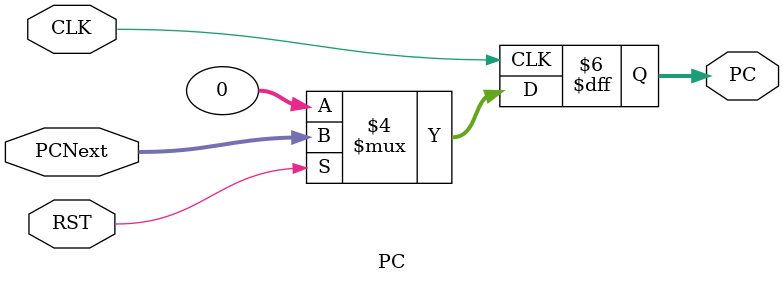
<source format=v>
module PC(
input wire CLK,
input wire RST,//active low reset synchronous
input wire [31:0] PCNext,
output reg [31:0] PC
);

//A clock triggered block is used which will keep updating PC with PC_Next if reset is not active, if reset is active PC <= 0

always@(posedge CLK) begin 
if(!RST) begin 
PC <= 0;
end

else begin
PC <= PCNext;
end

end
endmodule

//checked

</source>
